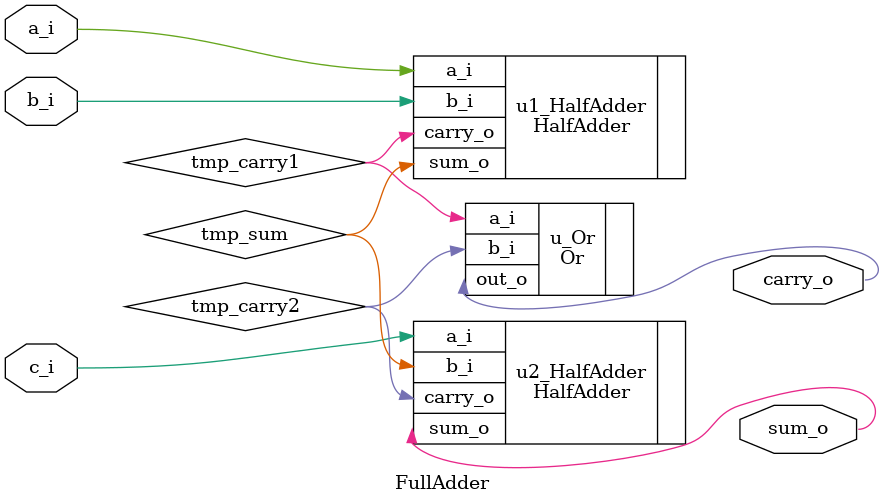
<source format=v>
/*  Computes the sum of three bits.

FullAdder u_FullAdder(
    .a_i(),
    .b_i(),
    .c_i(),
    .sum_o(),
    .carry_o()
);

*/

`include "./HalfAdder.v"
`include "./Or.v"

module FullAdder(
    input wire a_i,
    input wire b_i,
    input wire c_i,
    output wire sum_o,
    output wire carry_o
);

    wire tmp_sum;
    wire tmp_carry1;
    wire tmp_carry2;

    HalfAdder u1_HalfAdder(
        .a_i(a_i),
        .b_i(b_i),
        .sum_o(tmp_sum),
        .carry_o(tmp_carry1)
    );

    HalfAdder u2_HalfAdder(
        .a_i(c_i),
        .b_i(tmp_sum),
        .sum_o(sum_o),
        .carry_o(tmp_carry2)
    );
    
    Or u_Or(
        .a_i(tmp_carry1),
        .b_i(tmp_carry2),
        .out_o(carry_o)
    );

endmodule
</source>
